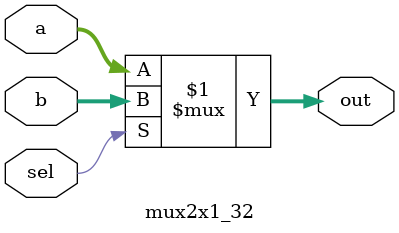
<source format=v>
module mux2x1_32(
    input sel,
    input [31:0] a,
    input [31:0] b,
    output [31:0] out
    );
    
    assign out = sel?b:a;
endmodule

</source>
